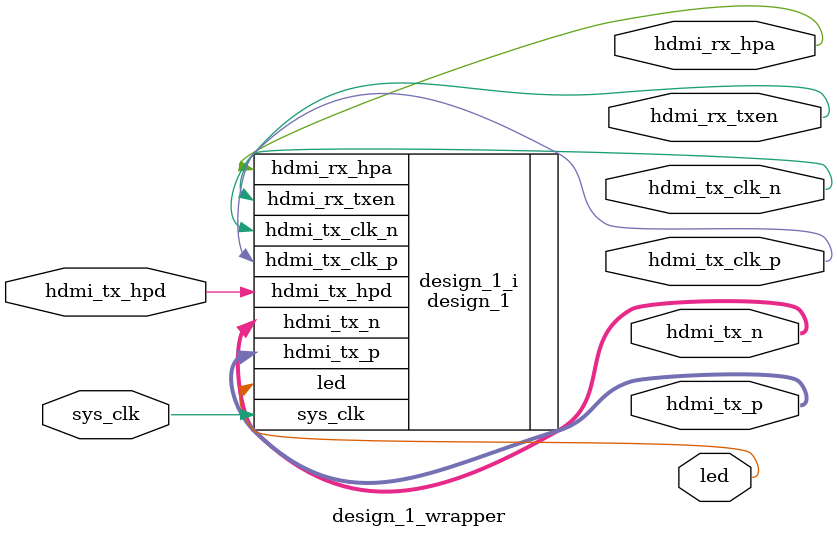
<source format=v>
`timescale 1 ps / 1 ps

module design_1_wrapper
   (hdmi_rx_hpa,
    hdmi_rx_txen,
    hdmi_tx_clk_n,
    hdmi_tx_clk_p,
    hdmi_tx_hpd,
    hdmi_tx_n,
    hdmi_tx_p,
    led,
    sys_clk);
  output hdmi_rx_hpa;
  output hdmi_rx_txen;
  output hdmi_tx_clk_n;
  output hdmi_tx_clk_p;
  input hdmi_tx_hpd;
  output [2:0]hdmi_tx_n;
  output [2:0]hdmi_tx_p;
  output led;
  input sys_clk;

  wire hdmi_rx_hpa;
  wire hdmi_rx_txen;
  wire hdmi_tx_clk_n;
  wire hdmi_tx_clk_p;
  wire hdmi_tx_hpd;
  wire [2:0]hdmi_tx_n;
  wire [2:0]hdmi_tx_p;
  wire led;
  wire sys_clk;

  design_1 design_1_i
       (.hdmi_rx_hpa(hdmi_rx_hpa),
        .hdmi_rx_txen(hdmi_rx_txen),
        .hdmi_tx_clk_n(hdmi_tx_clk_n),
        .hdmi_tx_clk_p(hdmi_tx_clk_p),
        .hdmi_tx_hpd(hdmi_tx_hpd),
        .hdmi_tx_n(hdmi_tx_n),
        .hdmi_tx_p(hdmi_tx_p),
        .led(led),
        .sys_clk(sys_clk));
endmodule

</source>
